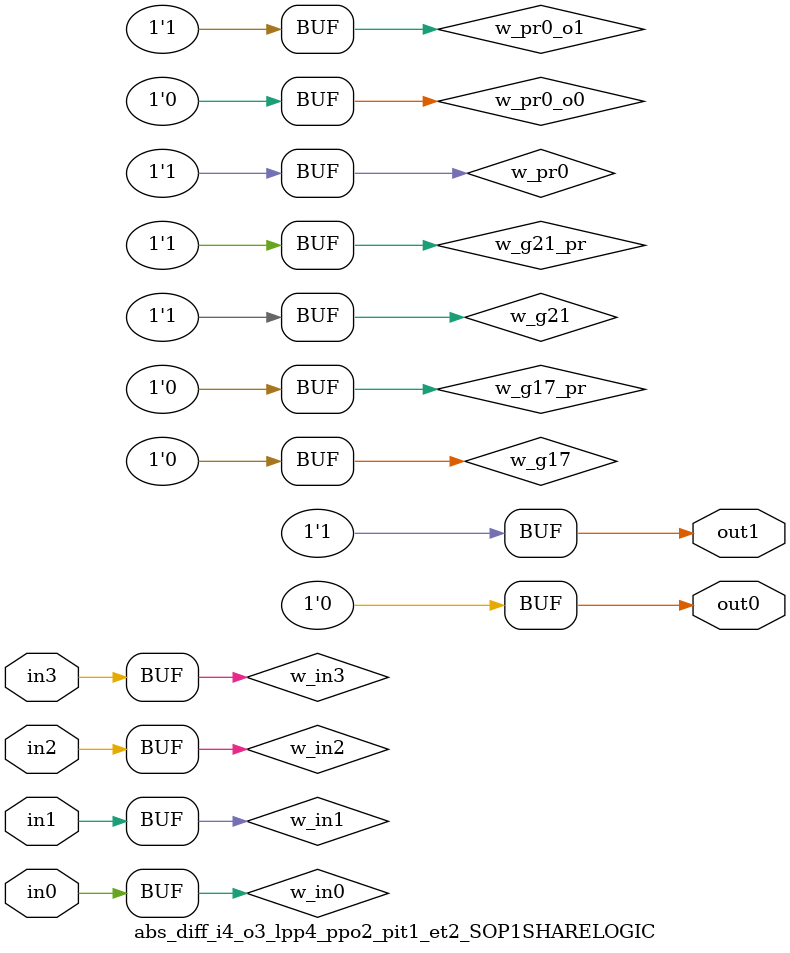
<source format=v>
module abs_diff_i4_o3_lpp4_ppo2_pit1_et2_SOP1SHARELOGIC (in0, in1, in2, in3, out0, out1);
// declaring inputs
input in0,  in1,  in2,  in3;
// declaring outputs
output out0,  out1;
// JSON model input
wire w_in3, w_in2, w_in1, w_in0;
// JSON model output
wire w_g17, w_g21;
//json model
wire w_g17_pr, w_g21_pr, w_pr0_o0, w_pr0_o1, w_pr0;
// JSON model input assign
assign w_in3 = in3;
assign w_in2 = in2;
assign w_in1 = in1;
assign w_in0 = in0;

//json model assigns (approximated Shared/XPAT part)
//assign literals to products
assign w_pr0 = 1;
//if a product has literals and if the product is being "activated" for that output
assign w_pr0_o0 = w_pr0 & 0;
assign w_pr0_o1 = w_pr0 & 1;
//compose an output with corresponding products (OR)
assign w_g17 = w_pr0_o0;
assign w_g21 = w_pr0_o1;
//if an output has products and if it is part of the JSON model
assign w_g17_pr = w_g17 & 0;
assign w_g21_pr = w_g21 & 1;
// output assigns
assign out0 = w_g17_pr;
assign out1 = w_g21_pr;
endmodule
</source>
